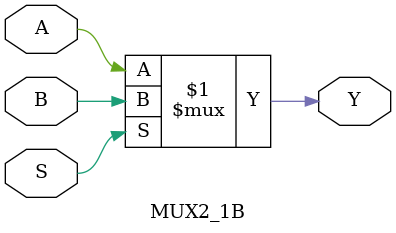
<source format=v>
module MUX2_1B (A,B,S,Y);
    input  A,B;
    input S;
    output  Y;
    assign Y = (S)? B: A; 
endmodule


</source>
